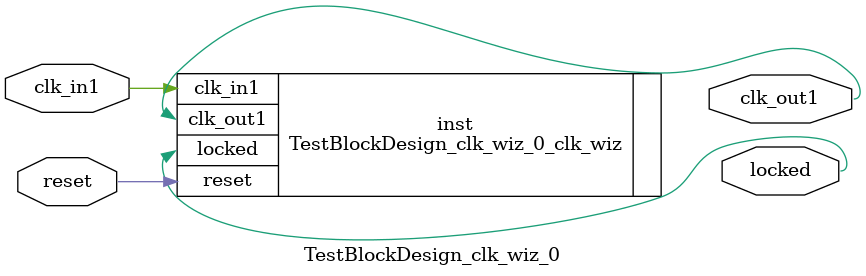
<source format=v>


`timescale 1ps/1ps

(* CORE_GENERATION_INFO = "TestBlockDesign_clk_wiz_0,clk_wiz_v6_0_12_0_0,{component_name=TestBlockDesign_clk_wiz_0,use_phase_alignment=true,use_min_o_jitter=false,use_max_i_jitter=false,use_dyn_phase_shift=false,use_inclk_switchover=false,use_dyn_reconfig=false,enable_axi=0,feedback_source=FDBK_AUTO,PRIMITIVE=MMCM,num_out_clk=1,clkin1_period=8.000,clkin2_period=10.000,use_power_down=false,use_reset=true,use_locked=true,use_inclk_stopped=false,feedback_type=SINGLE,CLOCK_MGR_TYPE=NA,manual_override=false}" *)

module TestBlockDesign_clk_wiz_0 
 (
  // Clock out ports
  output        clk_out1,
  // Status and control signals
  input         reset,
  output        locked,
 // Clock in ports
  input         clk_in1
 );

  TestBlockDesign_clk_wiz_0_clk_wiz inst
  (
  // Clock out ports  
  .clk_out1(clk_out1),
  // Status and control signals               
  .reset(reset), 
  .locked(locked),
 // Clock in ports
  .clk_in1(clk_in1)
  );

endmodule

</source>
